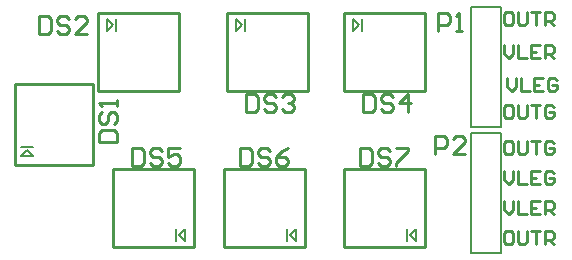
<source format=gto>
G04*
G04 #@! TF.GenerationSoftware,Altium Limited,Altium Designer,21.3.1 (25)*
G04*
G04 Layer_Color=65535*
%FSLAX25Y25*%
%MOIN*%
G70*
G04*
G04 #@! TF.SameCoordinates,418F5990-4BBF-4DAF-8A5A-E609F629B44B*
G04*
G04*
G04 #@! TF.FilePolarity,Positive*
G04*
G01*
G75*
%ADD10C,0.00787*%
%ADD11C,0.01000*%
D10*
X376500Y119000D02*
Y123000D01*
X379500Y119000D02*
Y121250D01*
X377500Y121000D02*
X379500Y119000D01*
X377500Y121000D02*
X379500Y123000D01*
Y119500D02*
Y123000D01*
X336500Y119000D02*
Y123000D01*
X339500Y119000D02*
Y121250D01*
X337500Y121000D02*
X339500Y119000D01*
X337500Y121000D02*
X339500Y123000D01*
Y119500D02*
Y123000D01*
X299500Y119000D02*
Y123000D01*
X302500Y119000D02*
Y121250D01*
X300500Y121000D02*
X302500Y119000D01*
X300500Y121000D02*
X302500Y123000D01*
Y119500D02*
Y123000D01*
X361500Y189000D02*
Y193000D01*
X358500Y190750D02*
Y193000D01*
X360500Y191000D01*
X358500Y189000D02*
X360500Y191000D01*
X358500Y189000D02*
Y192500D01*
X322500Y189000D02*
Y193000D01*
X319500Y190750D02*
Y193000D01*
X321500Y191000D01*
X319500Y189000D02*
X321500Y191000D01*
X319500Y189000D02*
Y192500D01*
X279500Y189000D02*
Y193000D01*
X276500Y190750D02*
Y193000D01*
X278500Y191000D01*
X276500Y189000D02*
X278500Y191000D01*
X276500Y189000D02*
Y192500D01*
X248000Y150500D02*
X252000D01*
X248000Y147500D02*
X250250D01*
X248000D02*
X250000Y149500D01*
X252000Y147500D01*
X248500D02*
X252000D01*
X398000Y115212D02*
X408000D01*
X398000D02*
Y155212D01*
X408000Y115212D02*
Y155212D01*
X398000D02*
X408000D01*
X398000Y197000D02*
X408000D01*
Y157000D02*
Y197000D01*
X398000Y157000D02*
Y197000D01*
Y157000D02*
X408000D01*
D11*
X382500Y117000D02*
Y143000D01*
X355500Y117000D02*
Y143000D01*
Y117000D02*
X382500D01*
X355500Y143000D02*
X382500D01*
X342500Y117000D02*
Y143000D01*
X315500Y117000D02*
Y143000D01*
Y117000D02*
X342500D01*
X315500Y143000D02*
X342500D01*
X305500Y117000D02*
Y143000D01*
X278500Y117000D02*
Y143000D01*
Y117000D02*
X305500D01*
X278500Y143000D02*
X305500D01*
X355500Y169000D02*
Y195000D01*
X382500Y169000D02*
Y195000D01*
X355500D02*
X382500D01*
X355500Y169000D02*
X382500D01*
X316500D02*
Y195000D01*
X343500Y169000D02*
Y195000D01*
X316500D02*
X343500D01*
X316500Y169000D02*
X343500D01*
X273500D02*
Y195000D01*
X300500Y169000D02*
Y195000D01*
X273500D02*
X300500D01*
X273500Y169000D02*
X300500D01*
X246000Y144500D02*
X272000D01*
X246000Y171500D02*
X272000D01*
X246000Y144500D02*
Y171500D01*
X272000Y144500D02*
Y171500D01*
X411249Y122499D02*
X409750D01*
X409000Y121749D01*
Y118750D01*
X409750Y118000D01*
X411249D01*
X411999Y118750D01*
Y121749D01*
X411249Y122499D01*
X413498D02*
Y118750D01*
X414248Y118000D01*
X415748D01*
X416498Y118750D01*
Y122499D01*
X417997D02*
X420996D01*
X419497D01*
Y118000D01*
X422496D02*
Y122499D01*
X424745D01*
X425495Y121749D01*
Y120249D01*
X424745Y119500D01*
X422496D01*
X423995D02*
X425495Y118000D01*
X409000Y132499D02*
Y129499D01*
X410499Y128000D01*
X411999Y129499D01*
Y132499D01*
X413498D02*
Y128000D01*
X416498D01*
X420996Y132499D02*
X417997D01*
Y128000D01*
X420996D01*
X417997Y130249D02*
X419497D01*
X422496Y128000D02*
Y132499D01*
X424745D01*
X425495Y131749D01*
Y130249D01*
X424745Y129499D01*
X422496D01*
X423995D02*
X425495Y128000D01*
X409000Y142499D02*
Y139499D01*
X410499Y138000D01*
X411999Y139499D01*
Y142499D01*
X413498D02*
Y138000D01*
X416498D01*
X420996Y142499D02*
X417997D01*
Y138000D01*
X420996D01*
X417997Y140249D02*
X419497D01*
X425495Y141749D02*
X424745Y142499D01*
X423245D01*
X422496Y141749D01*
Y138750D01*
X423245Y138000D01*
X424745D01*
X425495Y138750D01*
Y140249D01*
X423995D01*
X411249Y152499D02*
X409750D01*
X409000Y151749D01*
Y148750D01*
X409750Y148000D01*
X411249D01*
X411999Y148750D01*
Y151749D01*
X411249Y152499D01*
X413498D02*
Y148750D01*
X414248Y148000D01*
X415748D01*
X416498Y148750D01*
Y152499D01*
X417997D02*
X420996D01*
X419497D01*
Y148000D01*
X425495Y151749D02*
X424745Y152499D01*
X423245D01*
X422496Y151749D01*
Y148750D01*
X423245Y148000D01*
X424745D01*
X425495Y148750D01*
Y150249D01*
X423995D01*
X411249Y164499D02*
X409750D01*
X409000Y163749D01*
Y160750D01*
X409750Y160000D01*
X411249D01*
X411999Y160750D01*
Y163749D01*
X411249Y164499D01*
X413498D02*
Y160750D01*
X414248Y160000D01*
X415748D01*
X416498Y160750D01*
Y164499D01*
X417997D02*
X420996D01*
X419497D01*
Y160000D01*
X425495Y163749D02*
X424745Y164499D01*
X423245D01*
X422496Y163749D01*
Y160750D01*
X423245Y160000D01*
X424745D01*
X425495Y160750D01*
Y162249D01*
X423995D01*
X410000Y173499D02*
Y170500D01*
X411500Y169000D01*
X412999Y170500D01*
Y173499D01*
X414499D02*
Y169000D01*
X417498D01*
X421996Y173499D02*
X418997D01*
Y169000D01*
X421996D01*
X418997Y171249D02*
X420497D01*
X426495Y172749D02*
X425745Y173499D01*
X424245D01*
X423496Y172749D01*
Y169750D01*
X424245Y169000D01*
X425745D01*
X426495Y169750D01*
Y171249D01*
X424995D01*
X409000Y184499D02*
Y181500D01*
X410499Y180000D01*
X411999Y181500D01*
Y184499D01*
X413498D02*
Y180000D01*
X416498D01*
X420996Y184499D02*
X417997D01*
Y180000D01*
X420996D01*
X417997Y182249D02*
X419497D01*
X422496Y180000D02*
Y184499D01*
X424745D01*
X425495Y183749D01*
Y182249D01*
X424745Y181500D01*
X422496D01*
X423995D02*
X425495Y180000D01*
X411249Y195499D02*
X409750D01*
X409000Y194749D01*
Y191750D01*
X409750Y191000D01*
X411249D01*
X411999Y191750D01*
Y194749D01*
X411249Y195499D01*
X413498D02*
Y191750D01*
X414248Y191000D01*
X415748D01*
X416498Y191750D01*
Y195499D01*
X417997D02*
X420996D01*
X419497D01*
Y191000D01*
X422496D02*
Y195499D01*
X424745D01*
X425495Y194749D01*
Y193249D01*
X424745Y192499D01*
X422496D01*
X423995D02*
X425495Y191000D01*
X386002Y148001D02*
Y153999D01*
X389001D01*
X390000Y152999D01*
Y151000D01*
X389001Y150000D01*
X386002D01*
X395998Y148001D02*
X392000D01*
X395998Y152000D01*
Y152999D01*
X394999Y153999D01*
X392999D01*
X392000Y152999D01*
X387001Y189001D02*
Y194999D01*
X390000D01*
X391000Y193999D01*
Y192000D01*
X390000Y191000D01*
X387001D01*
X392999Y189001D02*
X394999D01*
X393999D01*
Y194999D01*
X392999Y193999D01*
X361003Y149999D02*
Y144001D01*
X364002D01*
X365001Y145001D01*
Y148999D01*
X364002Y149999D01*
X361003D01*
X370999Y148999D02*
X370000Y149999D01*
X368000D01*
X367001Y148999D01*
Y148000D01*
X368000Y147000D01*
X370000D01*
X370999Y146000D01*
Y145001D01*
X370000Y144001D01*
X368000D01*
X367001Y145001D01*
X372999Y149999D02*
X376997D01*
Y148999D01*
X372999Y145001D01*
Y144001D01*
X321003Y149999D02*
Y144001D01*
X324002D01*
X325001Y145001D01*
Y148999D01*
X324002Y149999D01*
X321003D01*
X330999Y148999D02*
X330000Y149999D01*
X328000D01*
X327001Y148999D01*
Y148000D01*
X328000Y147000D01*
X330000D01*
X330999Y146000D01*
Y145001D01*
X330000Y144001D01*
X328000D01*
X327001Y145001D01*
X336997Y149999D02*
X334998Y148999D01*
X332999Y147000D01*
Y145001D01*
X333998Y144001D01*
X335998D01*
X336997Y145001D01*
Y146000D01*
X335998Y147000D01*
X332999D01*
X285003Y149999D02*
Y144001D01*
X288002D01*
X289001Y145001D01*
Y148999D01*
X288002Y149999D01*
X285003D01*
X294999Y148999D02*
X294000Y149999D01*
X292000D01*
X291001Y148999D01*
Y148000D01*
X292000Y147000D01*
X294000D01*
X294999Y146000D01*
Y145001D01*
X294000Y144001D01*
X292000D01*
X291001Y145001D01*
X300997Y149999D02*
X296999D01*
Y147000D01*
X298998Y148000D01*
X299998D01*
X300997Y147000D01*
Y145001D01*
X299998Y144001D01*
X297998D01*
X296999Y145001D01*
X362003Y167999D02*
Y162001D01*
X365002D01*
X366001Y163001D01*
Y166999D01*
X365002Y167999D01*
X362003D01*
X371999Y166999D02*
X371000Y167999D01*
X369000D01*
X368001Y166999D01*
Y166000D01*
X369000Y165000D01*
X371000D01*
X371999Y164000D01*
Y163001D01*
X371000Y162001D01*
X369000D01*
X368001Y163001D01*
X376998Y162001D02*
Y167999D01*
X373999Y165000D01*
X377997D01*
X323003Y167999D02*
Y162001D01*
X326002D01*
X327001Y163001D01*
Y166999D01*
X326002Y167999D01*
X323003D01*
X332999Y166999D02*
X332000Y167999D01*
X330000D01*
X329001Y166999D01*
Y166000D01*
X330000Y165000D01*
X332000D01*
X332999Y164000D01*
Y163001D01*
X332000Y162001D01*
X330000D01*
X329001Y163001D01*
X334999Y166999D02*
X335998Y167999D01*
X337998D01*
X338997Y166999D01*
Y166000D01*
X337998Y165000D01*
X336998D01*
X337998D01*
X338997Y164000D01*
Y163001D01*
X337998Y162001D01*
X335998D01*
X334999Y163001D01*
X254003Y193999D02*
Y188001D01*
X257002D01*
X258001Y189001D01*
Y192999D01*
X257002Y193999D01*
X254003D01*
X263999Y192999D02*
X263000Y193999D01*
X261000D01*
X260001Y192999D01*
Y192000D01*
X261000Y191000D01*
X263000D01*
X263999Y190000D01*
Y189001D01*
X263000Y188001D01*
X261000D01*
X260001Y189001D01*
X269997Y188001D02*
X265999D01*
X269997Y192000D01*
Y192999D01*
X268998Y193999D01*
X266998D01*
X265999Y192999D01*
X274001Y152002D02*
X279999D01*
Y155001D01*
X278999Y156001D01*
X275001D01*
X274001Y155001D01*
Y152002D01*
X275001Y161999D02*
X274001Y160999D01*
Y159000D01*
X275001Y158000D01*
X276000D01*
X277000Y159000D01*
Y160999D01*
X278000Y161999D01*
X278999D01*
X279999Y160999D01*
Y159000D01*
X278999Y158000D01*
X279999Y163998D02*
Y165998D01*
Y164998D01*
X274001D01*
X275001Y163998D01*
M02*

</source>
